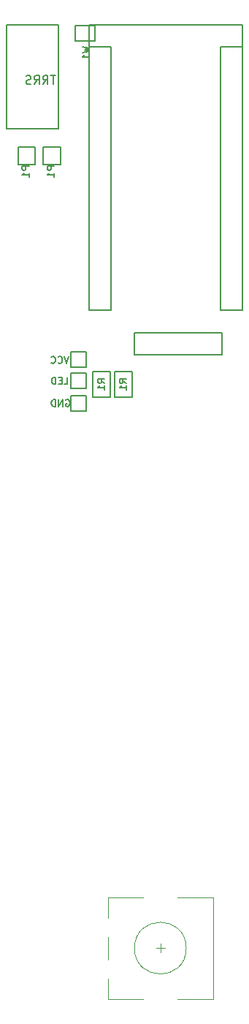
<source format=gbo>
G04 #@! TF.GenerationSoftware,KiCad,Pcbnew,(5.1.6)-1*
G04 #@! TF.CreationDate,2020-10-03T18:09:44-07:00*
G04 #@! TF.ProjectId,Alipt-Keyboard-Left,416c6970-742d-44b6-9579-626f6172642d,rev?*
G04 #@! TF.SameCoordinates,Original*
G04 #@! TF.FileFunction,Legend,Bot*
G04 #@! TF.FilePolarity,Positive*
%FSLAX46Y46*%
G04 Gerber Fmt 4.6, Leading zero omitted, Abs format (unit mm)*
G04 Created by KiCad (PCBNEW (5.1.6)-1) date 2020-10-03 18:09:44*
%MOMM*%
%LPD*%
G01*
G04 APERTURE LIST*
%ADD10C,0.150000*%
%ADD11C,0.120000*%
%ADD12C,0.152400*%
G04 APERTURE END LIST*
D10*
X206889500Y-76162000D02*
X206889500Y-45682000D01*
X209429500Y-76162000D02*
X206889500Y-76162000D01*
X209429500Y-45682000D02*
X209429500Y-76162000D01*
X206889500Y-45682000D02*
X209429500Y-45682000D01*
X222129500Y-76162000D02*
X222129500Y-45682000D01*
X224669500Y-76162000D02*
X222129500Y-76162000D01*
X224669500Y-45682000D02*
X224669500Y-76162000D01*
X222129500Y-45682000D02*
X224669500Y-45682000D01*
X206889500Y-76162000D02*
X206889500Y-43142000D01*
X224669500Y-43142000D02*
X224669500Y-76162000D01*
X206889500Y-43142000D02*
X224669500Y-43142000D01*
X204776500Y-87891500D02*
X204776500Y-86091500D01*
X206576500Y-87891500D02*
X204776500Y-87891500D01*
X206576500Y-86091500D02*
X206576500Y-87891500D01*
X204776500Y-86091500D02*
X206576500Y-86091500D01*
X204776500Y-82791500D02*
X204776500Y-80991500D01*
X206576500Y-82791500D02*
X204776500Y-82791500D01*
X206576500Y-80991500D02*
X206576500Y-82791500D01*
X204776500Y-80991500D02*
X206576500Y-80991500D01*
X204776500Y-85291500D02*
X204776500Y-83491500D01*
X206576500Y-85291500D02*
X204776500Y-85291500D01*
X206576500Y-83491500D02*
X206576500Y-85291500D01*
X204776500Y-83491500D02*
X206576500Y-83491500D01*
X197307000Y-43180000D02*
X203307000Y-43180000D01*
X203307000Y-43180000D02*
X203307000Y-55180000D01*
X203307000Y-55180000D02*
X197307000Y-55180000D01*
X197307000Y-55180000D02*
X197307000Y-43180000D01*
X212090000Y-78803500D02*
X222250000Y-78803500D01*
X222250000Y-78803500D02*
X222250000Y-81343500D01*
X222250000Y-81343500D02*
X212090000Y-81343500D01*
X212090000Y-81343500D02*
X212090000Y-78803500D01*
X201565008Y-57356500D02*
X203565008Y-57356500D01*
X201565008Y-59356500D02*
X201565008Y-57356500D01*
X203565008Y-59356500D02*
X201565008Y-59356500D01*
X203565008Y-57356500D02*
X203565008Y-59356500D01*
X200644000Y-57356502D02*
X200644000Y-59356502D01*
X200644000Y-59356502D02*
X198644000Y-59356502D01*
X198644000Y-59356502D02*
X198644000Y-57356502D01*
X198644000Y-57356502D02*
X200644000Y-57356502D01*
X209328217Y-86272459D02*
X207328217Y-86272459D01*
X209328217Y-83272459D02*
X209328217Y-86272459D01*
X207328217Y-83272459D02*
X209328217Y-83272459D01*
X207328217Y-86272459D02*
X207328217Y-83272459D01*
X209826951Y-86272463D02*
X209826951Y-83272463D01*
X209826951Y-83272463D02*
X211826951Y-83272463D01*
X211826951Y-83272463D02*
X211826951Y-86272463D01*
X211826951Y-86272463D02*
X209826951Y-86272463D01*
D11*
X217138000Y-155950500D02*
X221238000Y-155950500D01*
X221238000Y-155950500D02*
X221238000Y-144150500D01*
X217138000Y-144150500D02*
X221238000Y-144150500D01*
X209038000Y-144150500D02*
X213138000Y-144150500D01*
X209038000Y-146550500D02*
X209038000Y-144150500D01*
X209038000Y-151350500D02*
X209038000Y-148750500D01*
X209038000Y-155950500D02*
X209038000Y-153550500D01*
X213138000Y-155950500D02*
X209038000Y-155950500D01*
X218138000Y-150050500D02*
G75*
G03*
X218138000Y-150050500I-3000000J0D01*
G01*
X215138000Y-150550500D02*
X215138000Y-149550500D01*
X215638000Y-150050500D02*
X214638000Y-150050500D01*
D10*
X207581500Y-45021500D02*
X207581500Y-43243500D01*
X205295500Y-45021500D02*
X207581500Y-45021500D01*
X205295500Y-43243500D02*
X205295500Y-45021500D01*
X207581500Y-43243500D02*
X205295500Y-43243500D01*
X204543166Y-81553404D02*
X204276500Y-82353404D01*
X204009833Y-81553404D01*
X203286023Y-82277214D02*
X203324119Y-82315309D01*
X203438404Y-82353404D01*
X203514595Y-82353404D01*
X203628880Y-82315309D01*
X203705071Y-82239119D01*
X203743166Y-82162928D01*
X203781261Y-82010547D01*
X203781261Y-81896261D01*
X203743166Y-81743880D01*
X203705071Y-81667690D01*
X203628880Y-81591500D01*
X203514595Y-81553404D01*
X203438404Y-81553404D01*
X203324119Y-81591500D01*
X203286023Y-81629595D01*
X202486023Y-82277214D02*
X202524119Y-82315309D01*
X202638404Y-82353404D01*
X202714595Y-82353404D01*
X202828880Y-82315309D01*
X202905071Y-82239119D01*
X202943166Y-82162928D01*
X202981261Y-82010547D01*
X202981261Y-81896261D01*
X202943166Y-81743880D01*
X202905071Y-81667690D01*
X202828880Y-81591500D01*
X202714595Y-81553404D01*
X202638404Y-81553404D01*
X202524119Y-81591500D01*
X202486023Y-81629595D01*
X203990785Y-84753404D02*
X204371738Y-84753404D01*
X204371738Y-83953404D01*
X203724119Y-84334357D02*
X203457452Y-84334357D01*
X203343166Y-84753404D02*
X203724119Y-84753404D01*
X203724119Y-83953404D01*
X203343166Y-83953404D01*
X203000309Y-84753404D02*
X203000309Y-83953404D01*
X202809833Y-83953404D01*
X202695547Y-83991500D01*
X202619357Y-84067690D01*
X202581261Y-84143880D01*
X202543166Y-84296261D01*
X202543166Y-84410547D01*
X202581261Y-84562928D01*
X202619357Y-84639119D01*
X202695547Y-84715309D01*
X202809833Y-84753404D01*
X203000309Y-84753404D01*
X204186023Y-86591500D02*
X204262214Y-86553404D01*
X204376500Y-86553404D01*
X204490785Y-86591500D01*
X204566976Y-86667690D01*
X204605071Y-86743880D01*
X204643166Y-86896261D01*
X204643166Y-87010547D01*
X204605071Y-87162928D01*
X204566976Y-87239119D01*
X204490785Y-87315309D01*
X204376500Y-87353404D01*
X204300309Y-87353404D01*
X204186023Y-87315309D01*
X204147928Y-87277214D01*
X204147928Y-87010547D01*
X204300309Y-87010547D01*
X203805071Y-87353404D02*
X203805071Y-86553404D01*
X203347928Y-87353404D01*
X203347928Y-86553404D01*
X202966976Y-87353404D02*
X202966976Y-86553404D01*
X202776500Y-86553404D01*
X202662214Y-86591500D01*
X202586023Y-86667690D01*
X202547928Y-86743880D01*
X202509833Y-86896261D01*
X202509833Y-87010547D01*
X202547928Y-87162928D01*
X202586023Y-87239119D01*
X202662214Y-87315309D01*
X202776500Y-87353404D01*
X202966976Y-87353404D01*
X202993404Y-49045880D02*
X202421976Y-49045880D01*
X202707690Y-50045880D02*
X202707690Y-49045880D01*
X201517214Y-50045880D02*
X201850547Y-49569690D01*
X202088642Y-50045880D02*
X202088642Y-49045880D01*
X201707690Y-49045880D01*
X201612452Y-49093500D01*
X201564833Y-49141119D01*
X201517214Y-49236357D01*
X201517214Y-49379214D01*
X201564833Y-49474452D01*
X201612452Y-49522071D01*
X201707690Y-49569690D01*
X202088642Y-49569690D01*
X200517214Y-50045880D02*
X200850547Y-49569690D01*
X201088642Y-50045880D02*
X201088642Y-49045880D01*
X200707690Y-49045880D01*
X200612452Y-49093500D01*
X200564833Y-49141119D01*
X200517214Y-49236357D01*
X200517214Y-49379214D01*
X200564833Y-49474452D01*
X200612452Y-49522071D01*
X200707690Y-49569690D01*
X201088642Y-49569690D01*
X200136261Y-49998261D02*
X199993404Y-50045880D01*
X199755309Y-50045880D01*
X199660071Y-49998261D01*
X199612452Y-49950642D01*
X199564833Y-49855404D01*
X199564833Y-49760166D01*
X199612452Y-49664928D01*
X199660071Y-49617309D01*
X199755309Y-49569690D01*
X199945785Y-49522071D01*
X200041023Y-49474452D01*
X200088642Y-49426833D01*
X200136261Y-49331595D01*
X200136261Y-49236357D01*
X200088642Y-49141119D01*
X200041023Y-49093500D01*
X199945785Y-49045880D01*
X199707690Y-49045880D01*
X199564833Y-49093500D01*
X202832703Y-59556576D02*
X202019903Y-59556576D01*
X202019903Y-59866214D01*
X202058608Y-59943623D01*
X202097312Y-59982328D01*
X202174722Y-60021033D01*
X202290836Y-60021033D01*
X202368246Y-59982328D01*
X202406950Y-59943623D01*
X202445655Y-59866214D01*
X202445655Y-59556576D01*
X202832703Y-60795128D02*
X202832703Y-60330671D01*
X202832703Y-60562900D02*
X202019903Y-60562900D01*
X202136017Y-60485490D01*
X202213427Y-60408080D01*
X202252131Y-60330671D01*
X199911695Y-59556578D02*
X199098895Y-59556578D01*
X199098895Y-59866216D01*
X199137600Y-59943625D01*
X199176304Y-59982330D01*
X199253714Y-60021035D01*
X199369828Y-60021035D01*
X199447238Y-59982330D01*
X199485942Y-59943625D01*
X199524647Y-59866216D01*
X199524647Y-59556578D01*
X199911695Y-60795130D02*
X199911695Y-60330673D01*
X199911695Y-60562902D02*
X199098895Y-60562902D01*
X199215009Y-60485492D01*
X199292419Y-60408082D01*
X199331123Y-60330673D01*
X208690121Y-84639125D02*
X208309169Y-84372459D01*
X208690121Y-84181982D02*
X207890121Y-84181982D01*
X207890121Y-84486744D01*
X207928217Y-84562935D01*
X207966312Y-84601030D01*
X208042502Y-84639125D01*
X208156788Y-84639125D01*
X208232978Y-84601030D01*
X208271074Y-84562935D01*
X208309169Y-84486744D01*
X208309169Y-84181982D01*
X208690121Y-85401030D02*
X208690121Y-84943887D01*
X208690121Y-85172459D02*
X207890121Y-85172459D01*
X208004407Y-85096268D01*
X208080597Y-85020078D01*
X208118693Y-84943887D01*
X211188855Y-84639129D02*
X210807903Y-84372463D01*
X211188855Y-84181986D02*
X210388855Y-84181986D01*
X210388855Y-84486748D01*
X210426951Y-84562939D01*
X210465046Y-84601034D01*
X210541236Y-84639129D01*
X210655522Y-84639129D01*
X210731712Y-84601034D01*
X210769808Y-84562939D01*
X210807903Y-84486748D01*
X210807903Y-84181986D01*
X211188855Y-85401034D02*
X211188855Y-84943891D01*
X211188855Y-85172463D02*
X210388855Y-85172463D01*
X210503141Y-85096272D01*
X210579331Y-85020082D01*
X210617427Y-84943891D01*
D12*
X206093395Y-45697109D02*
X206906195Y-45890633D01*
X206325623Y-46045452D01*
X206906195Y-46200271D01*
X206093395Y-46393795D01*
X206906195Y-47129185D02*
X206906195Y-46664728D01*
X206906195Y-46896957D02*
X206093395Y-46896957D01*
X206209509Y-46819547D01*
X206286919Y-46742138D01*
X206325623Y-46664728D01*
M02*

</source>
